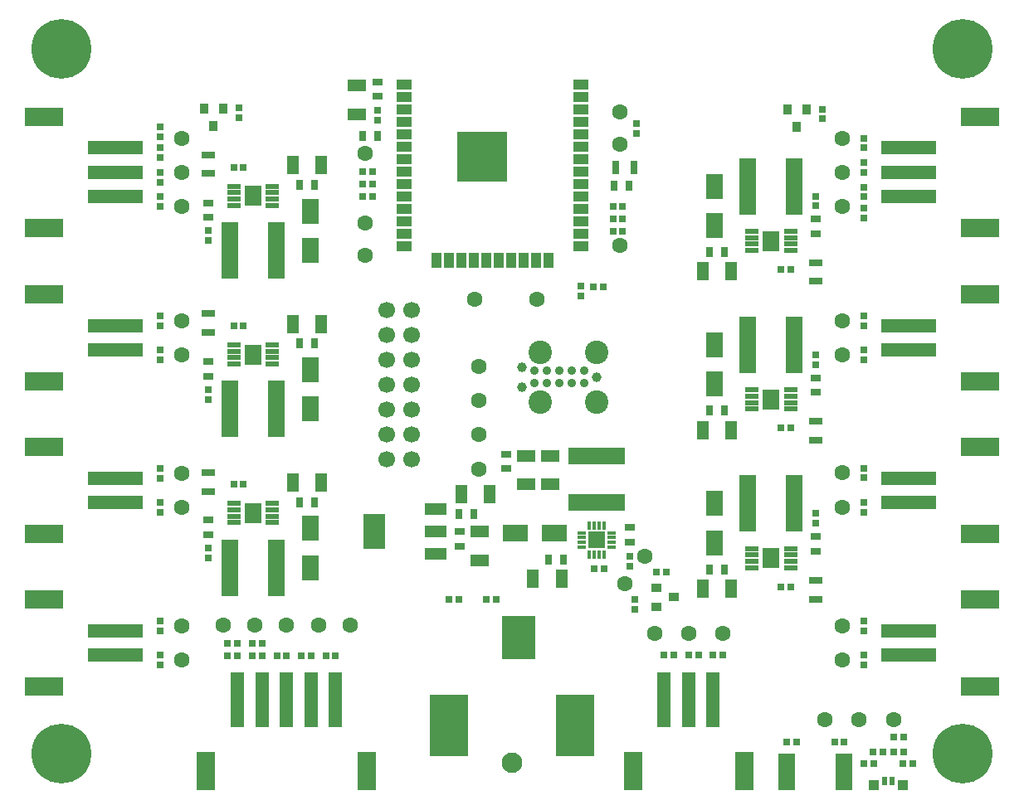
<source format=gts>
%FSLAX25Y25*%
%MOIN*%
G70*
G01*
G75*
G04 Layer_Color=8388736*
%ADD10C,0.01772*%
%ADD11C,0.01969*%
%ADD12R,0.06693X0.09843*%
%ADD13R,0.09843X0.06693*%
%ADD14R,0.03158X0.03827*%
%ADD15R,0.03827X0.03158*%
%ADD16R,0.08661X0.04724*%
%ADD17R,0.08661X0.13780*%
%ADD18R,0.06693X0.07874*%
%ADD19R,0.05315X0.01772*%
%ADD20R,0.06693X0.14567*%
%ADD21R,0.03150X0.01181*%
%ADD22R,0.01181X0.03150*%
%ADD23R,0.06693X0.06693*%
%ADD24C,0.03150*%
%ADD25R,0.03543X0.05906*%
%ADD26R,0.05906X0.03543*%
%ADD27R,0.19685X0.19685*%
%ADD28R,0.15354X0.24410*%
%ADD29R,0.12992X0.17323*%
%ADD30R,0.01575X0.03150*%
%ADD31R,0.03937X0.03543*%
%ADD32R,0.07087X0.15354*%
%ADD33R,0.05118X0.21654*%
%ADD34R,0.15354X0.07087*%
%ADD35R,0.21654X0.05118*%
%ADD36R,0.02362X0.01969*%
%ADD37R,0.01969X0.02362*%
%ADD38R,0.03543X0.02362*%
%ADD39R,0.02362X0.03543*%
%ADD40R,0.02756X0.05118*%
%ADD41R,0.05118X0.02756*%
%ADD42R,0.06890X0.04724*%
%ADD43R,0.04724X0.06890*%
%ADD44R,0.06299X0.22441*%
%ADD45R,0.22441X0.06299*%
%ADD46C,0.03937*%
%ADD47C,0.00787*%
%ADD48C,0.01181*%
%ADD49C,0.01575*%
%ADD50C,0.02362*%
%ADD51C,0.05906*%
%ADD52C,0.01378*%
%ADD53C,0.02953*%
%ADD54C,0.03150*%
%ADD55C,0.00591*%
%ADD56R,0.10433X0.04331*%
%ADD57R,0.09449X0.04331*%
%ADD58R,0.06200X0.08500*%
%ADD59R,0.08500X0.06200*%
%ADD60R,0.06200X0.17300*%
%ADD61R,0.04331X0.09449*%
%ADD62R,0.25000X0.04331*%
%ADD63R,0.09055X0.04331*%
%ADD64R,0.11417X0.09449*%
%ADD65R,0.07087X0.04331*%
%ADD66R,0.04232X0.02854*%
%ADD67C,0.23622*%
%ADD68C,0.05906*%
%ADD69C,0.09055*%
%ADD70C,0.03543*%
%ADD71C,0.07874*%
%ADD72C,0.06299*%
%ADD73C,0.02362*%
%ADD74C,0.02598*%
%ADD75C,0.04000*%
%ADD76C,0.17716*%
%ADD77C,0.03740*%
%ADD78C,0.11614*%
%ADD79C,0.10236*%
%ADD80C,0.02756*%
%ADD81C,0.07874*%
%ADD82R,0.05906X0.04232*%
%ADD83R,0.05915X0.03248*%
%ADD84R,0.11811X0.19685*%
%ADD85R,0.19685X0.11811*%
%ADD86R,0.11811X0.11811*%
%ADD87R,0.09055X0.08764*%
%ADD88R,0.09055X0.04331*%
%ADD89R,0.08563X0.04331*%
%ADD90R,0.19488X0.10925*%
%ADD91R,0.03051X0.09449*%
%ADD92C,0.00984*%
%ADD93C,0.00100*%
%ADD94C,0.01000*%
%ADD95R,0.06299X0.06299*%
%ADD96R,0.15748X0.15748*%
%ADD97R,0.07087X0.10236*%
%ADD98R,0.10236X0.07087*%
%ADD99R,0.03551X0.04221*%
%ADD100R,0.04221X0.03551*%
%ADD101R,0.09055X0.05118*%
%ADD102R,0.09055X0.14173*%
%ADD103R,0.07087X0.08268*%
%ADD104R,0.05709X0.02165*%
%ADD105R,0.07087X0.14961*%
%ADD106R,0.03347X0.01378*%
%ADD107R,0.01378X0.03347*%
%ADD108R,0.06890X0.06890*%
%ADD109R,0.03937X0.06299*%
%ADD110R,0.06299X0.03937*%
%ADD111R,0.20079X0.20079*%
%ADD112R,0.15748X0.24803*%
%ADD113R,0.13386X0.17716*%
%ADD114R,0.01969X0.03543*%
%ADD115R,0.04331X0.03937*%
%ADD116R,0.07480X0.15748*%
%ADD117R,0.05512X0.22047*%
%ADD118R,0.15748X0.07480*%
%ADD119R,0.22047X0.05512*%
%ADD120R,0.03150X0.02756*%
%ADD121R,0.02756X0.03150*%
%ADD122R,0.04331X0.03150*%
%ADD123R,0.03150X0.04331*%
%ADD124R,0.03150X0.05512*%
%ADD125R,0.05512X0.03150*%
%ADD126R,0.07284X0.05118*%
%ADD127R,0.05118X0.07284*%
%ADD128R,0.06693X0.22835*%
%ADD129R,0.22835X0.06693*%
%ADD130C,0.24016*%
%ADD131C,0.09449*%
%ADD132C,0.03937*%
%ADD133C,0.08268*%
%ADD134C,0.06693*%
D70*
X18858Y7343D02*
D03*
Y12342D02*
D03*
X23858Y7343D02*
D03*
Y12342D02*
D03*
X28858Y7343D02*
D03*
Y12342D02*
D03*
X13858D02*
D03*
X8858D02*
D03*
Y7343D02*
D03*
X13858D02*
D03*
D72*
X-64961Y-89763D02*
D03*
X-77756D02*
D03*
X-90551Y-89763D02*
D03*
X-103347D02*
D03*
X-116142Y-89763D02*
D03*
X132677Y78346D02*
D03*
X132678Y92126D02*
D03*
Y105906D02*
D03*
X-132677Y105906D02*
D03*
X43307Y116535D02*
D03*
X43307Y103544D02*
D03*
X-59055Y71654D02*
D03*
Y58662D02*
D03*
Y99607D02*
D03*
X9843Y40946D02*
D03*
X43307Y62599D02*
D03*
X-14961Y40945D02*
D03*
X-132676Y18701D02*
D03*
Y32480D02*
D03*
X-132677Y-42717D02*
D03*
Y-28937D02*
D03*
X-132577Y-103937D02*
D03*
Y-90158D02*
D03*
X132577Y-90256D02*
D03*
Y-104035D02*
D03*
Y-28740D02*
D03*
Y-42520D02*
D03*
X132597Y32484D02*
D03*
Y18705D02*
D03*
X84744Y-93308D02*
D03*
X70965D02*
D03*
X125689Y-127953D02*
D03*
X153248D02*
D03*
X139469D02*
D03*
X57184Y-93307D02*
D03*
X-132678Y78347D02*
D03*
Y92126D02*
D03*
X-13484Y-27165D02*
D03*
Y-13406D02*
D03*
Y394D02*
D03*
Y14173D02*
D03*
X45472Y-73326D02*
D03*
X53347Y-62303D02*
D03*
D97*
X-81102Y60732D02*
D03*
Y76480D02*
D03*
Y-3047D02*
D03*
Y12701D02*
D03*
Y-66827D02*
D03*
Y-51079D02*
D03*
X81181Y-41047D02*
D03*
Y-56795D02*
D03*
Y22732D02*
D03*
Y6984D02*
D03*
Y86512D02*
D03*
Y70764D02*
D03*
D98*
X1181Y-52854D02*
D03*
X16929D02*
D03*
D99*
X114469Y110492D02*
D03*
X110728Y117461D02*
D03*
X118209D02*
D03*
X-119887Y110909D02*
D03*
X-123627Y117877D02*
D03*
X-116147D02*
D03*
D100*
X65098Y-78740D02*
D03*
X58130Y-82480D02*
D03*
Y-75000D02*
D03*
D101*
X-30807Y-61417D02*
D03*
Y-52362D02*
D03*
Y-43307D02*
D03*
D102*
X-55216Y-52362D02*
D03*
D103*
X-104035Y82681D02*
D03*
Y18902D02*
D03*
Y-44878D02*
D03*
X104114Y-62996D02*
D03*
Y783D02*
D03*
Y64563D02*
D03*
D104*
X-96260Y78843D02*
D03*
Y81402D02*
D03*
Y83961D02*
D03*
Y86520D02*
D03*
X-111811Y78843D02*
D03*
Y81402D02*
D03*
Y83961D02*
D03*
Y86520D02*
D03*
X-96260Y15063D02*
D03*
Y17622D02*
D03*
Y20181D02*
D03*
Y22740D02*
D03*
X-111811Y15063D02*
D03*
Y17622D02*
D03*
Y20181D02*
D03*
Y22740D02*
D03*
X-96260Y-48717D02*
D03*
Y-46158D02*
D03*
Y-43598D02*
D03*
Y-41039D02*
D03*
X-111811Y-48717D02*
D03*
Y-46158D02*
D03*
Y-43598D02*
D03*
Y-41039D02*
D03*
X96339Y-59158D02*
D03*
Y-61717D02*
D03*
Y-64276D02*
D03*
Y-66835D02*
D03*
X111890Y-59158D02*
D03*
Y-61717D02*
D03*
Y-64276D02*
D03*
Y-66835D02*
D03*
X96339Y4622D02*
D03*
Y2063D02*
D03*
Y-496D02*
D03*
Y-3055D02*
D03*
X111890Y4622D02*
D03*
Y2063D02*
D03*
Y-496D02*
D03*
Y-3055D02*
D03*
X96339Y68402D02*
D03*
Y65842D02*
D03*
Y63283D02*
D03*
Y60724D02*
D03*
X111890Y68402D02*
D03*
Y65842D02*
D03*
Y63283D02*
D03*
Y60724D02*
D03*
D105*
X110236Y-149016D02*
D03*
X133465D02*
D03*
D106*
X28029Y-52762D02*
D03*
Y-54730D02*
D03*
Y-56699D02*
D03*
Y-58667D02*
D03*
X39840D02*
D03*
Y-56699D02*
D03*
Y-54730D02*
D03*
Y-52762D02*
D03*
D107*
X30982Y-61620D02*
D03*
X32950D02*
D03*
X34919D02*
D03*
X36887D02*
D03*
Y-49809D02*
D03*
X34919D02*
D03*
X32950D02*
D03*
X30982D02*
D03*
D108*
X33934Y-55714D02*
D03*
D109*
X14626Y56693D02*
D03*
X9626D02*
D03*
X4626D02*
D03*
X-374D02*
D03*
X-5374D02*
D03*
X-10374D02*
D03*
X-15374D02*
D03*
X-20374D02*
D03*
X-25374D02*
D03*
X-30374D02*
D03*
D03*
D110*
X-43307Y62559D02*
D03*
Y67559D02*
D03*
Y72559D02*
D03*
Y77559D02*
D03*
Y82559D02*
D03*
Y87559D02*
D03*
Y92559D02*
D03*
Y97559D02*
D03*
Y102559D02*
D03*
Y107559D02*
D03*
Y112559D02*
D03*
Y117559D02*
D03*
Y122559D02*
D03*
Y127559D02*
D03*
X27559Y62559D02*
D03*
Y67559D02*
D03*
Y72559D02*
D03*
Y77559D02*
D03*
Y82559D02*
D03*
Y87559D02*
D03*
Y92559D02*
D03*
Y97559D02*
D03*
Y102559D02*
D03*
Y107559D02*
D03*
Y112559D02*
D03*
Y117559D02*
D03*
Y122559D02*
D03*
Y127559D02*
D03*
D111*
X-11929Y98465D02*
D03*
D112*
X25394Y-130315D02*
D03*
X-25394D02*
D03*
D113*
X2559Y-95079D02*
D03*
D114*
X152657Y-152559D02*
D03*
X149508D02*
D03*
D115*
X156988Y-154331D02*
D03*
X145177D02*
D03*
D116*
X48524Y-148622D02*
D03*
X93405D02*
D03*
X-122835D02*
D03*
X-58268D02*
D03*
D117*
X80807Y-119882D02*
D03*
X70965D02*
D03*
X61122D02*
D03*
X-110236D02*
D03*
X-100394D02*
D03*
X-90551D02*
D03*
X-80709D02*
D03*
X-70866D02*
D03*
D118*
X187992Y69685D02*
D03*
Y114567D02*
D03*
X-187992D02*
D03*
Y69685D02*
D03*
Y43154D02*
D03*
Y8114D02*
D03*
Y-18221D02*
D03*
Y-53260D02*
D03*
Y-79594D02*
D03*
Y-114634D02*
D03*
X187992D02*
D03*
Y-79594D02*
D03*
Y-53260D02*
D03*
Y-18221D02*
D03*
Y8114D02*
D03*
Y43154D02*
D03*
D119*
X159252Y101969D02*
D03*
Y92126D02*
D03*
Y82284D02*
D03*
X-159252D02*
D03*
Y92126D02*
D03*
Y101969D02*
D03*
Y20713D02*
D03*
Y30555D02*
D03*
Y-40661D02*
D03*
Y-30819D02*
D03*
Y-102035D02*
D03*
Y-92193D02*
D03*
X159252D02*
D03*
Y-102035D02*
D03*
Y-30819D02*
D03*
Y-40661D02*
D03*
Y30555D02*
D03*
Y20713D02*
D03*
D120*
X141240Y105905D02*
D03*
Y101969D02*
D03*
X124508Y117520D02*
D03*
Y113583D02*
D03*
X49311Y-83661D02*
D03*
Y-79724D02*
D03*
X141339Y86221D02*
D03*
Y82284D02*
D03*
Y77756D02*
D03*
Y73819D02*
D03*
X-141339Y106496D02*
D03*
Y110433D02*
D03*
X-122047Y64669D02*
D03*
Y68606D02*
D03*
Y890D02*
D03*
Y4827D02*
D03*
Y-62890D02*
D03*
Y-58953D02*
D03*
X122126Y-44984D02*
D03*
Y-48921D02*
D03*
Y18795D02*
D03*
Y14858D02*
D03*
Y82575D02*
D03*
Y78638D02*
D03*
X-53937Y112992D02*
D03*
Y116929D02*
D03*
X50000Y111811D02*
D03*
Y107874D02*
D03*
X27559Y46457D02*
D03*
Y42520D02*
D03*
X-109651Y117937D02*
D03*
Y113999D02*
D03*
X47244Y-62303D02*
D03*
Y-66240D02*
D03*
X-141337Y16732D02*
D03*
Y20669D02*
D03*
X-141437Y34449D02*
D03*
Y30512D02*
D03*
X-141339Y-44685D02*
D03*
Y-40748D02*
D03*
X-141439Y-26969D02*
D03*
Y-30906D02*
D03*
X-141239Y-105905D02*
D03*
Y-101969D02*
D03*
X-141339Y-88189D02*
D03*
Y-92126D02*
D03*
X141239Y-88287D02*
D03*
Y-92224D02*
D03*
X141339Y-106004D02*
D03*
Y-102067D02*
D03*
X141239Y-26772D02*
D03*
Y-30709D02*
D03*
X141339Y-44488D02*
D03*
Y-40551D02*
D03*
X141258Y34453D02*
D03*
Y30516D02*
D03*
X141358Y16736D02*
D03*
Y20673D02*
D03*
X-141339Y78347D02*
D03*
Y82284D02*
D03*
Y88189D02*
D03*
Y92126D02*
D03*
Y98032D02*
D03*
Y101969D02*
D03*
X141339Y96063D02*
D03*
Y92126D02*
D03*
D121*
X84744Y-101969D02*
D03*
X80807D02*
D03*
X58071Y-68504D02*
D03*
X62008D02*
D03*
X-100394Y-97244D02*
D03*
X-104331D02*
D03*
X-110236D02*
D03*
X-114173D02*
D03*
X-74803Y-102362D02*
D03*
X-70866D02*
D03*
X-80709Y-102262D02*
D03*
X-84646D02*
D03*
X-94488Y-102362D02*
D03*
X-90551D02*
D03*
X-104331D02*
D03*
X-100394D02*
D03*
X-114173D02*
D03*
X-110236D02*
D03*
X-111811Y94197D02*
D03*
X-107874D02*
D03*
X-111811Y30417D02*
D03*
X-107874D02*
D03*
X-111811Y-33362D02*
D03*
X-107874D02*
D03*
X111890Y-74512D02*
D03*
X107953D02*
D03*
X111890Y-10732D02*
D03*
X107953D02*
D03*
X111890Y53047D02*
D03*
X107953D02*
D03*
X32677Y46188D02*
D03*
X36614D02*
D03*
X157237Y-134941D02*
D03*
X153300D02*
D03*
X-59842Y92520D02*
D03*
X-55905D02*
D03*
X-59842Y87509D02*
D03*
X-55905D02*
D03*
X-59842Y82509D02*
D03*
X-55905D02*
D03*
X44488Y68504D02*
D03*
X40551D02*
D03*
X44488Y73396D02*
D03*
X40551D02*
D03*
X44488Y78347D02*
D03*
X40551D02*
D03*
X37008Y-67421D02*
D03*
X33071D02*
D03*
X141240Y-145669D02*
D03*
X145177D02*
D03*
X160925Y-145669D02*
D03*
X156988D02*
D03*
X157288Y-140845D02*
D03*
X153351D02*
D03*
X144964Y-140938D02*
D03*
X148901D02*
D03*
X74902Y-101969D02*
D03*
X70965D02*
D03*
X65059D02*
D03*
X61122D02*
D03*
X-10236Y-79528D02*
D03*
X-6299D02*
D03*
X-25197D02*
D03*
X-21260D02*
D03*
X114173Y-136811D02*
D03*
X110236D02*
D03*
X133465D02*
D03*
X129528D02*
D03*
D122*
X-53937Y122638D02*
D03*
Y128543D02*
D03*
X-122047Y79827D02*
D03*
Y73921D02*
D03*
Y-47732D02*
D03*
Y-53638D02*
D03*
Y10142D02*
D03*
Y16047D02*
D03*
X122126Y-60142D02*
D03*
Y-54236D02*
D03*
Y67417D02*
D03*
Y73323D02*
D03*
Y9543D02*
D03*
Y3638D02*
D03*
X47244Y-56595D02*
D03*
Y-50689D02*
D03*
X-2362Y-21161D02*
D03*
Y-27067D02*
D03*
X-21063Y-52362D02*
D03*
Y-58268D02*
D03*
D123*
X-60039Y106693D02*
D03*
X-54134D02*
D03*
X-85236Y87110D02*
D03*
X-79331D02*
D03*
X-85236Y23331D02*
D03*
X-79331D02*
D03*
X-85236Y-40449D02*
D03*
X-79331D02*
D03*
X85315Y-67425D02*
D03*
X79409D02*
D03*
X85315Y-3646D02*
D03*
X79409D02*
D03*
X85315Y60134D02*
D03*
X79409D02*
D03*
X20669Y-63484D02*
D03*
X14764D02*
D03*
X46949Y86614D02*
D03*
X41043D02*
D03*
X-21260Y-45374D02*
D03*
X-15354D02*
D03*
D124*
X49016Y94193D02*
D03*
X41535D02*
D03*
D125*
X-122047Y99217D02*
D03*
Y91736D02*
D03*
Y35339D02*
D03*
Y27858D02*
D03*
Y-28638D02*
D03*
Y-36118D02*
D03*
X122126Y-79532D02*
D03*
Y-72051D02*
D03*
Y-15457D02*
D03*
Y-7976D02*
D03*
Y48323D02*
D03*
Y55803D02*
D03*
D126*
X-62205Y115551D02*
D03*
Y126969D02*
D03*
X15354Y-21949D02*
D03*
Y-33366D02*
D03*
X-12992Y-52362D02*
D03*
Y-63779D02*
D03*
X5709Y-21949D02*
D03*
Y-33366D02*
D03*
D127*
X-87992Y94984D02*
D03*
X-76575D02*
D03*
X-87992Y31205D02*
D03*
X-76575D02*
D03*
X-87992Y-32575D02*
D03*
X-76575D02*
D03*
X88071Y-75299D02*
D03*
X76653D02*
D03*
X88071Y-11520D02*
D03*
X76653D02*
D03*
X88071Y52260D02*
D03*
X76653D02*
D03*
X19882Y-71358D02*
D03*
X8465D02*
D03*
X-20472Y-37303D02*
D03*
X-9055D02*
D03*
D128*
X-94685Y60732D02*
D03*
X-113189D02*
D03*
X-94685Y-3047D02*
D03*
X-113189D02*
D03*
X-94685Y-66827D02*
D03*
X-113189D02*
D03*
X94764Y-41047D02*
D03*
X113268D02*
D03*
X94764Y22732D02*
D03*
X113268D02*
D03*
X94764Y86512D02*
D03*
X113268D02*
D03*
D129*
X33858Y-21949D02*
D03*
Y-40453D02*
D03*
D130*
X-181102Y-141732D02*
D03*
X181102D02*
D03*
Y141732D02*
D03*
X-181102D02*
D03*
D131*
X11358Y19842D02*
D03*
Y-158D02*
D03*
X33858Y19842D02*
D03*
Y-158D02*
D03*
D132*
X3858Y13839D02*
D03*
Y5847D02*
D03*
X33858Y9843D02*
D03*
D133*
X0Y-145276D02*
D03*
D134*
X-50472Y-13406D02*
D03*
X-40472Y-23405D02*
D03*
X-50472D02*
D03*
X-40472Y-13406D02*
D03*
Y-3405D02*
D03*
X-50472D02*
D03*
X-40472Y6594D02*
D03*
X-50472D02*
D03*
X-40472Y16594D02*
D03*
X-50472D02*
D03*
X-40472Y26594D02*
D03*
X-50472D02*
D03*
X-40472Y36595D02*
D03*
X-50472D02*
D03*
M02*

</source>
